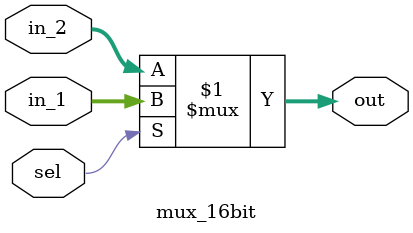
<source format=v>
/*CS 552 Project 16-bit mux*/

module mux_16bit(sel, in_1, in_2, out);
	
	input sel; //mux selection signal 
	input [15:0] in_1;
	input [15:0] in_2;

	output [15:0] out;

	assign out = sel ? in_1 : in_2;

endmodule

</source>
